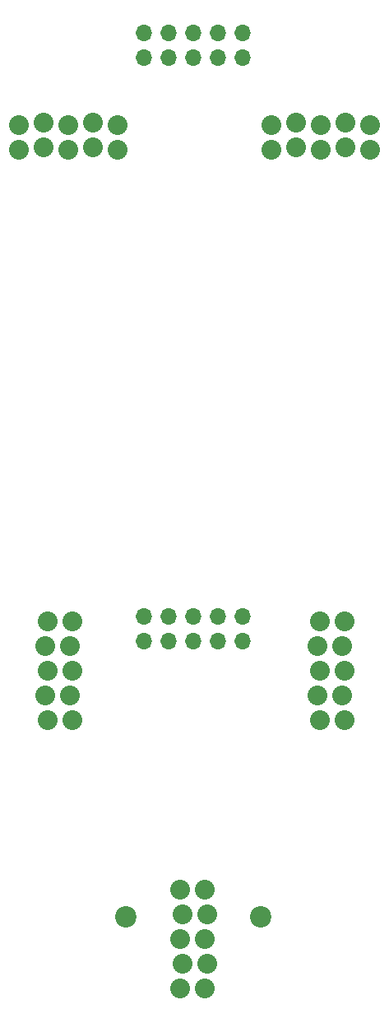
<source format=gbs>
G04 #@! TF.GenerationSoftware,KiCad,Pcbnew,7.0.8*
G04 #@! TF.CreationDate,2024-09-22T21:59:12-04:00*
G04 #@! TF.ProjectId,lichen-bifocals-submodule-power-board,6c696368-656e-42d6-9269-666f63616c73,rev?*
G04 #@! TF.SameCoordinates,Original*
G04 #@! TF.FileFunction,Soldermask,Bot*
G04 #@! TF.FilePolarity,Negative*
%FSLAX46Y46*%
G04 Gerber Fmt 4.6, Leading zero omitted, Abs format (unit mm)*
G04 Created by KiCad (PCBNEW 7.0.8) date 2024-09-22 21:59:12*
%MOMM*%
%LPD*%
G01*
G04 APERTURE LIST*
%ADD10C,2.200000*%
%ADD11C,2.032000*%
%ADD12O,1.700000X1.700000*%
G04 APERTURE END LIST*
D10*
X113223000Y-203077000D03*
D11*
X135687000Y-182893000D03*
X135433000Y-180353000D03*
X135687000Y-177813000D03*
X135433000Y-175273000D03*
X135687000Y-172733000D03*
X133147000Y-172733000D03*
X132893000Y-175273000D03*
X133147000Y-177813000D03*
X132893000Y-180353000D03*
X133147000Y-182893000D03*
X138370000Y-121670000D03*
X135830000Y-121416000D03*
X133290000Y-121670000D03*
X130750000Y-121416000D03*
X128210000Y-121670000D03*
X128210000Y-124210000D03*
X130750000Y-123956000D03*
X133290000Y-124210000D03*
X135830000Y-123956000D03*
X138370000Y-124210000D03*
X112370000Y-121670000D03*
X109830000Y-121416000D03*
X107290000Y-121670000D03*
X104750000Y-121416000D03*
X102210000Y-121670000D03*
X102210000Y-124210000D03*
X104750000Y-123956000D03*
X107290000Y-124210000D03*
X109830000Y-123956000D03*
X112370000Y-124210000D03*
X107687000Y-182893000D03*
X107433000Y-180353000D03*
X107687000Y-177813000D03*
X107433000Y-175273000D03*
X107687000Y-172733000D03*
X105147000Y-172733000D03*
X104893000Y-175273000D03*
X105147000Y-177813000D03*
X104893000Y-180353000D03*
X105147000Y-182893000D03*
D10*
X127077000Y-203077000D03*
D11*
X119007000Y-202870000D03*
X121547000Y-202870000D03*
X118753000Y-205410000D03*
X121293000Y-205410000D03*
X119007000Y-207950000D03*
X121547000Y-207950000D03*
X118753000Y-210490000D03*
X121293000Y-210490000D03*
X118753000Y-200330000D03*
X121293000Y-200330000D03*
D12*
X125230000Y-174720000D03*
X125230000Y-172180000D03*
X122690000Y-174720000D03*
X122690000Y-172180000D03*
X120150000Y-174720000D03*
X120150000Y-172180000D03*
X117610000Y-174720000D03*
X117610000Y-172180000D03*
X115070000Y-174720000D03*
X115070000Y-172180000D03*
X125230000Y-114690000D03*
X125230000Y-112150000D03*
X122690000Y-114690000D03*
X122690000Y-112150000D03*
X120150000Y-114690000D03*
X120150000Y-112150000D03*
X117610000Y-114690000D03*
X117610000Y-112150000D03*
X115070000Y-114690000D03*
X115070000Y-112150000D03*
M02*

</source>
